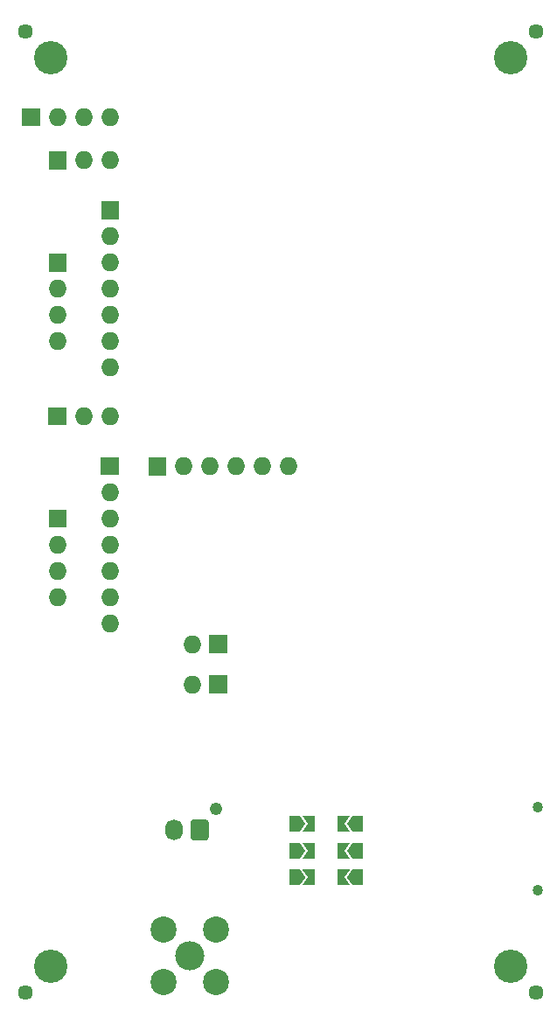
<source format=gbr>
%TF.GenerationSoftware,KiCad,Pcbnew,(5.1.10)-1*%
%TF.CreationDate,2021-05-28T10:13:55+00:00*%
%TF.ProjectId,co2_sensor_node,636f325f-7365-46e7-936f-725f6e6f6465,rev?*%
%TF.SameCoordinates,Original*%
%TF.FileFunction,Soldermask,Bot*%
%TF.FilePolarity,Negative*%
%FSLAX46Y46*%
G04 Gerber Fmt 4.6, Leading zero omitted, Abs format (unit mm)*
G04 Created by KiCad (PCBNEW (5.1.10)-1) date 2021-05-28 10:13:55*
%MOMM*%
%LPD*%
G01*
G04 APERTURE LIST*
%ADD10C,1.448000*%
%ADD11O,1.730000X1.730000*%
%ADD12C,0.100000*%
%ADD13C,1.030000*%
%ADD14C,1.230000*%
%ADD15O,1.730000X2.030000*%
%ADD16C,2.530000*%
%ADD17C,2.830000*%
%ADD18C,3.230000*%
G04 APERTURE END LIST*
D10*
%TO.C,REF\u002A\u002A*%
X171500000Y-45500000D03*
%TD*%
%TO.C,REF\u002A\u002A*%
X122000000Y-138500000D03*
%TD*%
%TO.C,REF\u002A\u002A*%
X122000000Y-45500000D03*
%TD*%
%TO.C,REF\u002A\u002A*%
X171500000Y-138500000D03*
%TD*%
D11*
%TO.C,J15*%
X147500000Y-87600000D03*
X144960000Y-87600000D03*
X142420000Y-87600000D03*
X139880000Y-87600000D03*
X137340000Y-87600000D03*
G36*
G01*
X135650001Y-88465000D02*
X133949999Y-88465000D01*
G75*
G02*
X133935000Y-88450001I0J14999D01*
G01*
X133935000Y-86749999D01*
G75*
G02*
X133949999Y-86735000I14999J0D01*
G01*
X135650001Y-86735000D01*
G75*
G02*
X135665000Y-86749999I0J-14999D01*
G01*
X135665000Y-88450001D01*
G75*
G02*
X135650001Y-88465000I-14999J0D01*
G01*
G37*
%TD*%
D12*
%TO.C,J13*%
G36*
X148602926Y-124035288D02*
G01*
X148605740Y-124036142D01*
X148608334Y-124037528D01*
X148610607Y-124039393D01*
X148612481Y-124041679D01*
X149112481Y-124791679D01*
X149113864Y-124794274D01*
X149114715Y-124797089D01*
X149115000Y-124800016D01*
X149114709Y-124802942D01*
X149113852Y-124805755D01*
X149112481Y-124808321D01*
X148612481Y-125558321D01*
X148610618Y-125560596D01*
X148608347Y-125562463D01*
X148605755Y-125563852D01*
X148602942Y-125564709D01*
X148600000Y-125565000D01*
X147600000Y-125565000D01*
X147597074Y-125564712D01*
X147594260Y-125563858D01*
X147591666Y-125562472D01*
X147589393Y-125560607D01*
X147587528Y-125558334D01*
X147586142Y-125555740D01*
X147585288Y-125552926D01*
X147585000Y-125550000D01*
X147585000Y-124050000D01*
X147585288Y-124047074D01*
X147586142Y-124044260D01*
X147587528Y-124041666D01*
X147589393Y-124039393D01*
X147591666Y-124037528D01*
X147594260Y-124036142D01*
X147597074Y-124035288D01*
X147600000Y-124035000D01*
X148600000Y-124035000D01*
X148602926Y-124035288D01*
G37*
G36*
X150052926Y-124035288D02*
G01*
X150055740Y-124036142D01*
X150058334Y-124037528D01*
X150060607Y-124039393D01*
X150062472Y-124041666D01*
X150063858Y-124044260D01*
X150064712Y-124047074D01*
X150065000Y-124050000D01*
X150065000Y-125550000D01*
X150064712Y-125552926D01*
X150063858Y-125555740D01*
X150062472Y-125558334D01*
X150060607Y-125560607D01*
X150058334Y-125562472D01*
X150055740Y-125563858D01*
X150052926Y-125564712D01*
X150050000Y-125565000D01*
X148900000Y-125565000D01*
X148897074Y-125564712D01*
X148894260Y-125563858D01*
X148891666Y-125562472D01*
X148889393Y-125560607D01*
X148887528Y-125558334D01*
X148886142Y-125555740D01*
X148885288Y-125552926D01*
X148885000Y-125550000D01*
X148885288Y-125547074D01*
X148886142Y-125544260D01*
X148887519Y-125541679D01*
X149381972Y-124800000D01*
X148887519Y-124058321D01*
X148886136Y-124055726D01*
X148885285Y-124052911D01*
X148885000Y-124049984D01*
X148885291Y-124047058D01*
X148886148Y-124044245D01*
X148887537Y-124041653D01*
X148889404Y-124039382D01*
X148891679Y-124037519D01*
X148894274Y-124036136D01*
X148897089Y-124035285D01*
X148900000Y-124035000D01*
X150050000Y-124035000D01*
X150052926Y-124035288D01*
G37*
%TD*%
%TO.C,J12*%
G36*
X153697074Y-122964712D02*
G01*
X153694260Y-122963858D01*
X153691666Y-122962472D01*
X153689393Y-122960607D01*
X153687519Y-122958321D01*
X153187519Y-122208321D01*
X153186136Y-122205726D01*
X153185285Y-122202911D01*
X153185000Y-122199984D01*
X153185291Y-122197058D01*
X153186148Y-122194245D01*
X153187519Y-122191679D01*
X153687519Y-121441679D01*
X153689382Y-121439404D01*
X153691653Y-121437537D01*
X153694245Y-121436148D01*
X153697058Y-121435291D01*
X153700000Y-121435000D01*
X154700000Y-121435000D01*
X154702926Y-121435288D01*
X154705740Y-121436142D01*
X154708334Y-121437528D01*
X154710607Y-121439393D01*
X154712472Y-121441666D01*
X154713858Y-121444260D01*
X154714712Y-121447074D01*
X154715000Y-121450000D01*
X154715000Y-122950000D01*
X154714712Y-122952926D01*
X154713858Y-122955740D01*
X154712472Y-122958334D01*
X154710607Y-122960607D01*
X154708334Y-122962472D01*
X154705740Y-122963858D01*
X154702926Y-122964712D01*
X154700000Y-122965000D01*
X153700000Y-122965000D01*
X153697074Y-122964712D01*
G37*
G36*
X152247074Y-122964712D02*
G01*
X152244260Y-122963858D01*
X152241666Y-122962472D01*
X152239393Y-122960607D01*
X152237528Y-122958334D01*
X152236142Y-122955740D01*
X152235288Y-122952926D01*
X152235000Y-122950000D01*
X152235000Y-121450000D01*
X152235288Y-121447074D01*
X152236142Y-121444260D01*
X152237528Y-121441666D01*
X152239393Y-121439393D01*
X152241666Y-121437528D01*
X152244260Y-121436142D01*
X152247074Y-121435288D01*
X152250000Y-121435000D01*
X153400000Y-121435000D01*
X153402926Y-121435288D01*
X153405740Y-121436142D01*
X153408334Y-121437528D01*
X153410607Y-121439393D01*
X153412472Y-121441666D01*
X153413858Y-121444260D01*
X153414712Y-121447074D01*
X153415000Y-121450000D01*
X153414712Y-121452926D01*
X153413858Y-121455740D01*
X153412481Y-121458321D01*
X152918028Y-122200000D01*
X153412481Y-122941679D01*
X153413864Y-122944274D01*
X153414715Y-122947089D01*
X153415000Y-122950016D01*
X153414709Y-122952942D01*
X153413852Y-122955755D01*
X153412463Y-122958347D01*
X153410596Y-122960618D01*
X153408321Y-122962481D01*
X153405726Y-122963864D01*
X153402911Y-122964715D01*
X153400000Y-122965000D01*
X152250000Y-122965000D01*
X152247074Y-122964712D01*
G37*
%TD*%
%TO.C,J11*%
G36*
X148602926Y-126635288D02*
G01*
X148605740Y-126636142D01*
X148608334Y-126637528D01*
X148610607Y-126639393D01*
X148612481Y-126641679D01*
X149112481Y-127391679D01*
X149113864Y-127394274D01*
X149114715Y-127397089D01*
X149115000Y-127400016D01*
X149114709Y-127402942D01*
X149113852Y-127405755D01*
X149112481Y-127408321D01*
X148612481Y-128158321D01*
X148610618Y-128160596D01*
X148608347Y-128162463D01*
X148605755Y-128163852D01*
X148602942Y-128164709D01*
X148600000Y-128165000D01*
X147600000Y-128165000D01*
X147597074Y-128164712D01*
X147594260Y-128163858D01*
X147591666Y-128162472D01*
X147589393Y-128160607D01*
X147587528Y-128158334D01*
X147586142Y-128155740D01*
X147585288Y-128152926D01*
X147585000Y-128150000D01*
X147585000Y-126650000D01*
X147585288Y-126647074D01*
X147586142Y-126644260D01*
X147587528Y-126641666D01*
X147589393Y-126639393D01*
X147591666Y-126637528D01*
X147594260Y-126636142D01*
X147597074Y-126635288D01*
X147600000Y-126635000D01*
X148600000Y-126635000D01*
X148602926Y-126635288D01*
G37*
G36*
X150052926Y-126635288D02*
G01*
X150055740Y-126636142D01*
X150058334Y-126637528D01*
X150060607Y-126639393D01*
X150062472Y-126641666D01*
X150063858Y-126644260D01*
X150064712Y-126647074D01*
X150065000Y-126650000D01*
X150065000Y-128150000D01*
X150064712Y-128152926D01*
X150063858Y-128155740D01*
X150062472Y-128158334D01*
X150060607Y-128160607D01*
X150058334Y-128162472D01*
X150055740Y-128163858D01*
X150052926Y-128164712D01*
X150050000Y-128165000D01*
X148900000Y-128165000D01*
X148897074Y-128164712D01*
X148894260Y-128163858D01*
X148891666Y-128162472D01*
X148889393Y-128160607D01*
X148887528Y-128158334D01*
X148886142Y-128155740D01*
X148885288Y-128152926D01*
X148885000Y-128150000D01*
X148885288Y-128147074D01*
X148886142Y-128144260D01*
X148887519Y-128141679D01*
X149381972Y-127400000D01*
X148887519Y-126658321D01*
X148886136Y-126655726D01*
X148885285Y-126652911D01*
X148885000Y-126649984D01*
X148885291Y-126647058D01*
X148886148Y-126644245D01*
X148887537Y-126641653D01*
X148889404Y-126639382D01*
X148891679Y-126637519D01*
X148894274Y-126636136D01*
X148897089Y-126635285D01*
X148900000Y-126635000D01*
X150050000Y-126635000D01*
X150052926Y-126635288D01*
G37*
%TD*%
%TO.C,J10*%
G36*
X153697074Y-125564712D02*
G01*
X153694260Y-125563858D01*
X153691666Y-125562472D01*
X153689393Y-125560607D01*
X153687519Y-125558321D01*
X153187519Y-124808321D01*
X153186136Y-124805726D01*
X153185285Y-124802911D01*
X153185000Y-124799984D01*
X153185291Y-124797058D01*
X153186148Y-124794245D01*
X153187519Y-124791679D01*
X153687519Y-124041679D01*
X153689382Y-124039404D01*
X153691653Y-124037537D01*
X153694245Y-124036148D01*
X153697058Y-124035291D01*
X153700000Y-124035000D01*
X154700000Y-124035000D01*
X154702926Y-124035288D01*
X154705740Y-124036142D01*
X154708334Y-124037528D01*
X154710607Y-124039393D01*
X154712472Y-124041666D01*
X154713858Y-124044260D01*
X154714712Y-124047074D01*
X154715000Y-124050000D01*
X154715000Y-125550000D01*
X154714712Y-125552926D01*
X154713858Y-125555740D01*
X154712472Y-125558334D01*
X154710607Y-125560607D01*
X154708334Y-125562472D01*
X154705740Y-125563858D01*
X154702926Y-125564712D01*
X154700000Y-125565000D01*
X153700000Y-125565000D01*
X153697074Y-125564712D01*
G37*
G36*
X152247074Y-125564712D02*
G01*
X152244260Y-125563858D01*
X152241666Y-125562472D01*
X152239393Y-125560607D01*
X152237528Y-125558334D01*
X152236142Y-125555740D01*
X152235288Y-125552926D01*
X152235000Y-125550000D01*
X152235000Y-124050000D01*
X152235288Y-124047074D01*
X152236142Y-124044260D01*
X152237528Y-124041666D01*
X152239393Y-124039393D01*
X152241666Y-124037528D01*
X152244260Y-124036142D01*
X152247074Y-124035288D01*
X152250000Y-124035000D01*
X153400000Y-124035000D01*
X153402926Y-124035288D01*
X153405740Y-124036142D01*
X153408334Y-124037528D01*
X153410607Y-124039393D01*
X153412472Y-124041666D01*
X153413858Y-124044260D01*
X153414712Y-124047074D01*
X153415000Y-124050000D01*
X153414712Y-124052926D01*
X153413858Y-124055740D01*
X153412481Y-124058321D01*
X152918028Y-124800000D01*
X153412481Y-125541679D01*
X153413864Y-125544274D01*
X153414715Y-125547089D01*
X153415000Y-125550016D01*
X153414709Y-125552942D01*
X153413852Y-125555755D01*
X153412463Y-125558347D01*
X153410596Y-125560618D01*
X153408321Y-125562481D01*
X153405726Y-125563864D01*
X153402911Y-125564715D01*
X153400000Y-125565000D01*
X152250000Y-125565000D01*
X152247074Y-125564712D01*
G37*
%TD*%
%TO.C,J9*%
G36*
X148602926Y-121435288D02*
G01*
X148605740Y-121436142D01*
X148608334Y-121437528D01*
X148610607Y-121439393D01*
X148612481Y-121441679D01*
X149112481Y-122191679D01*
X149113864Y-122194274D01*
X149114715Y-122197089D01*
X149115000Y-122200016D01*
X149114709Y-122202942D01*
X149113852Y-122205755D01*
X149112481Y-122208321D01*
X148612481Y-122958321D01*
X148610618Y-122960596D01*
X148608347Y-122962463D01*
X148605755Y-122963852D01*
X148602942Y-122964709D01*
X148600000Y-122965000D01*
X147600000Y-122965000D01*
X147597074Y-122964712D01*
X147594260Y-122963858D01*
X147591666Y-122962472D01*
X147589393Y-122960607D01*
X147587528Y-122958334D01*
X147586142Y-122955740D01*
X147585288Y-122952926D01*
X147585000Y-122950000D01*
X147585000Y-121450000D01*
X147585288Y-121447074D01*
X147586142Y-121444260D01*
X147587528Y-121441666D01*
X147589393Y-121439393D01*
X147591666Y-121437528D01*
X147594260Y-121436142D01*
X147597074Y-121435288D01*
X147600000Y-121435000D01*
X148600000Y-121435000D01*
X148602926Y-121435288D01*
G37*
G36*
X150052926Y-121435288D02*
G01*
X150055740Y-121436142D01*
X150058334Y-121437528D01*
X150060607Y-121439393D01*
X150062472Y-121441666D01*
X150063858Y-121444260D01*
X150064712Y-121447074D01*
X150065000Y-121450000D01*
X150065000Y-122950000D01*
X150064712Y-122952926D01*
X150063858Y-122955740D01*
X150062472Y-122958334D01*
X150060607Y-122960607D01*
X150058334Y-122962472D01*
X150055740Y-122963858D01*
X150052926Y-122964712D01*
X150050000Y-122965000D01*
X148900000Y-122965000D01*
X148897074Y-122964712D01*
X148894260Y-122963858D01*
X148891666Y-122962472D01*
X148889393Y-122960607D01*
X148887528Y-122958334D01*
X148886142Y-122955740D01*
X148885288Y-122952926D01*
X148885000Y-122950000D01*
X148885288Y-122947074D01*
X148886142Y-122944260D01*
X148887519Y-122941679D01*
X149381972Y-122200000D01*
X148887519Y-121458321D01*
X148886136Y-121455726D01*
X148885285Y-121452911D01*
X148885000Y-121449984D01*
X148885291Y-121447058D01*
X148886148Y-121444245D01*
X148887537Y-121441653D01*
X148889404Y-121439382D01*
X148891679Y-121437519D01*
X148894274Y-121436136D01*
X148897089Y-121435285D01*
X148900000Y-121435000D01*
X150050000Y-121435000D01*
X150052926Y-121435288D01*
G37*
%TD*%
%TO.C,J8*%
G36*
X153697074Y-128164712D02*
G01*
X153694260Y-128163858D01*
X153691666Y-128162472D01*
X153689393Y-128160607D01*
X153687519Y-128158321D01*
X153187519Y-127408321D01*
X153186136Y-127405726D01*
X153185285Y-127402911D01*
X153185000Y-127399984D01*
X153185291Y-127397058D01*
X153186148Y-127394245D01*
X153187519Y-127391679D01*
X153687519Y-126641679D01*
X153689382Y-126639404D01*
X153691653Y-126637537D01*
X153694245Y-126636148D01*
X153697058Y-126635291D01*
X153700000Y-126635000D01*
X154700000Y-126635000D01*
X154702926Y-126635288D01*
X154705740Y-126636142D01*
X154708334Y-126637528D01*
X154710607Y-126639393D01*
X154712472Y-126641666D01*
X154713858Y-126644260D01*
X154714712Y-126647074D01*
X154715000Y-126650000D01*
X154715000Y-128150000D01*
X154714712Y-128152926D01*
X154713858Y-128155740D01*
X154712472Y-128158334D01*
X154710607Y-128160607D01*
X154708334Y-128162472D01*
X154705740Y-128163858D01*
X154702926Y-128164712D01*
X154700000Y-128165000D01*
X153700000Y-128165000D01*
X153697074Y-128164712D01*
G37*
G36*
X152247074Y-128164712D02*
G01*
X152244260Y-128163858D01*
X152241666Y-128162472D01*
X152239393Y-128160607D01*
X152237528Y-128158334D01*
X152236142Y-128155740D01*
X152235288Y-128152926D01*
X152235000Y-128150000D01*
X152235000Y-126650000D01*
X152235288Y-126647074D01*
X152236142Y-126644260D01*
X152237528Y-126641666D01*
X152239393Y-126639393D01*
X152241666Y-126637528D01*
X152244260Y-126636142D01*
X152247074Y-126635288D01*
X152250000Y-126635000D01*
X153400000Y-126635000D01*
X153402926Y-126635288D01*
X153405740Y-126636142D01*
X153408334Y-126637528D01*
X153410607Y-126639393D01*
X153412472Y-126641666D01*
X153413858Y-126644260D01*
X153414712Y-126647074D01*
X153415000Y-126650000D01*
X153414712Y-126652926D01*
X153413858Y-126655740D01*
X153412481Y-126658321D01*
X152918028Y-127400000D01*
X153412481Y-128141679D01*
X153413864Y-128144274D01*
X153414715Y-128147089D01*
X153415000Y-128150016D01*
X153414709Y-128152942D01*
X153413852Y-128155755D01*
X153412463Y-128158347D01*
X153410596Y-128160618D01*
X153408321Y-128162481D01*
X153405726Y-128163864D01*
X153402911Y-128164715D01*
X153400000Y-128165000D01*
X152250000Y-128165000D01*
X152247074Y-128164712D01*
G37*
%TD*%
D13*
%TO.C,J6*%
X171600000Y-120600000D03*
X171600000Y-128600000D03*
%TD*%
D11*
%TO.C,JP4*%
X138160000Y-108700000D03*
G36*
G01*
X139849999Y-107835000D02*
X141550001Y-107835000D01*
G75*
G02*
X141565000Y-107849999I0J-14999D01*
G01*
X141565000Y-109550001D01*
G75*
G02*
X141550001Y-109565000I-14999J0D01*
G01*
X139849999Y-109565000D01*
G75*
G02*
X139835000Y-109550001I0J14999D01*
G01*
X139835000Y-107849999D01*
G75*
G02*
X139849999Y-107835000I14999J0D01*
G01*
G37*
%TD*%
%TO.C,JP3*%
X138160000Y-104800000D03*
G36*
G01*
X139849999Y-103935000D02*
X141550001Y-103935000D01*
G75*
G02*
X141565000Y-103949999I0J-14999D01*
G01*
X141565000Y-105650001D01*
G75*
G02*
X141550001Y-105665000I-14999J0D01*
G01*
X139849999Y-105665000D01*
G75*
G02*
X139835000Y-105650001I0J14999D01*
G01*
X139835000Y-103949999D01*
G75*
G02*
X139849999Y-103935000I14999J0D01*
G01*
G37*
%TD*%
%TO.C,JP2*%
X130200000Y-82762000D03*
X127660000Y-82762000D03*
G36*
G01*
X125970001Y-83627000D02*
X124269999Y-83627000D01*
G75*
G02*
X124255000Y-83612001I0J14999D01*
G01*
X124255000Y-81911999D01*
G75*
G02*
X124269999Y-81897000I14999J0D01*
G01*
X125970001Y-81897000D01*
G75*
G02*
X125985000Y-81911999I0J-14999D01*
G01*
X125985000Y-83612001D01*
G75*
G02*
X125970001Y-83627000I-14999J0D01*
G01*
G37*
%TD*%
%TO.C,JP1*%
X130222000Y-57962000D03*
X127682000Y-57962000D03*
G36*
G01*
X125992001Y-58827000D02*
X124291999Y-58827000D01*
G75*
G02*
X124277000Y-58812001I0J14999D01*
G01*
X124277000Y-57111999D01*
G75*
G02*
X124291999Y-57097000I14999J0D01*
G01*
X125992001Y-57097000D01*
G75*
G02*
X126007000Y-57111999I0J-14999D01*
G01*
X126007000Y-58812001D01*
G75*
G02*
X125992001Y-58827000I-14999J0D01*
G01*
G37*
%TD*%
D14*
%TO.C,J14*%
X140500000Y-120800000D03*
D15*
X136400000Y-122800000D03*
G36*
G01*
X139765000Y-122039411D02*
X139765000Y-123560589D01*
G75*
G02*
X139510589Y-123815000I-254411J0D01*
G01*
X138289411Y-123815000D01*
G75*
G02*
X138035000Y-123560589I0J254411D01*
G01*
X138035000Y-122039411D01*
G75*
G02*
X138289411Y-121785000I254411J0D01*
G01*
X139510589Y-121785000D01*
G75*
G02*
X139765000Y-122039411I0J-254411D01*
G01*
G37*
%TD*%
D16*
%TO.C,J7*%
X140440000Y-132460000D03*
X135360000Y-132460000D03*
X135360000Y-137540000D03*
X140440000Y-137540000D03*
D17*
X137900000Y-135000000D03*
%TD*%
D11*
%TO.C,J5*%
X130200000Y-53800000D03*
X127660000Y-53800000D03*
X125120000Y-53800000D03*
G36*
G01*
X123430001Y-54665000D02*
X121729999Y-54665000D01*
G75*
G02*
X121715000Y-54650001I0J14999D01*
G01*
X121715000Y-52949999D01*
G75*
G02*
X121729999Y-52935000I14999J0D01*
G01*
X123430001Y-52935000D01*
G75*
G02*
X123445000Y-52949999I0J-14999D01*
G01*
X123445000Y-54650001D01*
G75*
G02*
X123430001Y-54665000I-14999J0D01*
G01*
G37*
%TD*%
%TO.C,J4*%
X125158000Y-100288000D03*
X125158000Y-97748000D03*
X125158000Y-95208000D03*
G36*
G01*
X124293000Y-93518001D02*
X124293000Y-91817999D01*
G75*
G02*
X124307999Y-91803000I14999J0D01*
G01*
X126008001Y-91803000D01*
G75*
G02*
X126023000Y-91817999I0J-14999D01*
G01*
X126023000Y-93518001D01*
G75*
G02*
X126008001Y-93533000I-14999J0D01*
G01*
X124307999Y-93533000D01*
G75*
G02*
X124293000Y-93518001I0J14999D01*
G01*
G37*
%TD*%
%TO.C,J3*%
X130200000Y-102828000D03*
X130200000Y-100288000D03*
X130200000Y-97748000D03*
X130200000Y-95208000D03*
X130200000Y-92668000D03*
X130200000Y-90128000D03*
G36*
G01*
X129335000Y-88438001D02*
X129335000Y-86737999D01*
G75*
G02*
X129349999Y-86723000I14999J0D01*
G01*
X131050001Y-86723000D01*
G75*
G02*
X131065000Y-86737999I0J-14999D01*
G01*
X131065000Y-88438001D01*
G75*
G02*
X131050001Y-88453000I-14999J0D01*
G01*
X129349999Y-88453000D01*
G75*
G02*
X129335000Y-88438001I0J14999D01*
G01*
G37*
%TD*%
%TO.C,J2*%
X125142000Y-75488000D03*
X125142000Y-72948000D03*
X125142000Y-70408000D03*
G36*
G01*
X124277000Y-68718001D02*
X124277000Y-67017999D01*
G75*
G02*
X124291999Y-67003000I14999J0D01*
G01*
X125992001Y-67003000D01*
G75*
G02*
X126007000Y-67017999I0J-14999D01*
G01*
X126007000Y-68718001D01*
G75*
G02*
X125992001Y-68733000I-14999J0D01*
G01*
X124291999Y-68733000D01*
G75*
G02*
X124277000Y-68718001I0J14999D01*
G01*
G37*
%TD*%
%TO.C,J1*%
X130222000Y-78028000D03*
X130222000Y-75488000D03*
X130222000Y-72948000D03*
X130222000Y-70408000D03*
X130222000Y-67868000D03*
X130222000Y-65328000D03*
G36*
G01*
X129357000Y-63638001D02*
X129357000Y-61937999D01*
G75*
G02*
X129371999Y-61923000I14999J0D01*
G01*
X131072001Y-61923000D01*
G75*
G02*
X131087000Y-61937999I0J-14999D01*
G01*
X131087000Y-63638001D01*
G75*
G02*
X131072001Y-63653000I-14999J0D01*
G01*
X129371999Y-63653000D01*
G75*
G02*
X129357000Y-63638001I0J14999D01*
G01*
G37*
%TD*%
D18*
%TO.C,H4*%
X169000000Y-136000000D03*
%TD*%
%TO.C,H3*%
X124500000Y-136000000D03*
%TD*%
%TO.C,H2*%
X169000000Y-48000000D03*
%TD*%
%TO.C,H1*%
X124500000Y-48000000D03*
%TD*%
M02*

</source>
